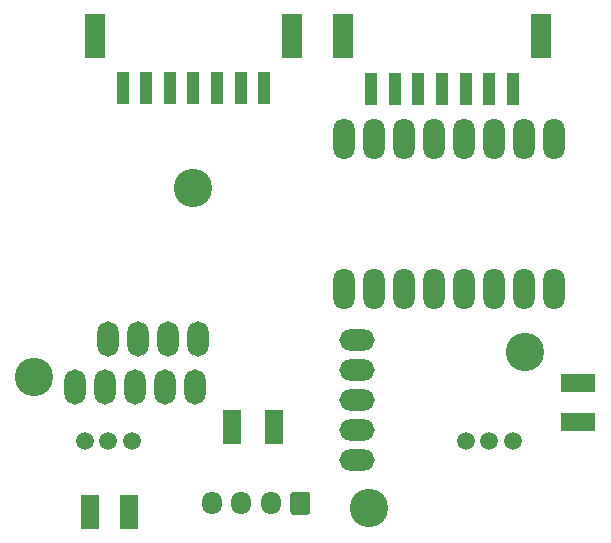
<source format=gbr>
G04 #@! TF.GenerationSoftware,KiCad,Pcbnew,(5.1.8)-1*
G04 #@! TF.CreationDate,2021-03-01T02:23:44-08:00*
G04 #@! TF.ProjectId,UAS,5541532e-6b69-4636-9164-5f7063625858,1*
G04 #@! TF.SameCoordinates,Original*
G04 #@! TF.FileFunction,Soldermask,Top*
G04 #@! TF.FilePolarity,Negative*
%FSLAX46Y46*%
G04 Gerber Fmt 4.6, Leading zero omitted, Abs format (unit mm)*
G04 Created by KiCad (PCBNEW (5.1.8)-1) date 2021-03-01 02:23:44*
%MOMM*%
%LPD*%
G01*
G04 APERTURE LIST*
%ADD10C,3.250000*%
%ADD11O,3.000000X1.800000*%
%ADD12C,1.500000*%
%ADD13R,3.000000X1.500000*%
%ADD14R,1.500000X3.000000*%
%ADD15R,1.000000X2.700000*%
%ADD16R,1.800000X3.800000*%
%ADD17O,1.800000X3.500000*%
%ADD18O,1.800000X3.000000*%
%ADD19O,1.700000X1.950000*%
G04 APERTURE END LIST*
D10*
X148800000Y-118360000D03*
X162000000Y-105160000D03*
D11*
X147780000Y-114290000D03*
X147780000Y-111750000D03*
X147780000Y-109210000D03*
X147780000Y-106670000D03*
X147780000Y-104130000D03*
D12*
X124750000Y-112750000D03*
X126750000Y-112750000D03*
X128750000Y-112750000D03*
X157000000Y-112750000D03*
X159000000Y-112750000D03*
X161000000Y-112750000D03*
D13*
X166550000Y-111100000D03*
D14*
X140750000Y-111550000D03*
D13*
X166550000Y-107850000D03*
D14*
X137250000Y-111550000D03*
D15*
X133950000Y-82850000D03*
X131950000Y-82850000D03*
X135950000Y-82850000D03*
X137950000Y-82850000D03*
X129950000Y-82850000D03*
X127950000Y-82850000D03*
X139950000Y-82850000D03*
D16*
X142300000Y-78400000D03*
X125600000Y-78400000D03*
D17*
X164470000Y-87150000D03*
X161930000Y-87150000D03*
X159390000Y-87150000D03*
X156850000Y-87150000D03*
X154310000Y-87150000D03*
X151770000Y-87150000D03*
X149230000Y-87150000D03*
X146690000Y-87150000D03*
X164470000Y-99850000D03*
X161930000Y-99850000D03*
X159390000Y-99850000D03*
X156850000Y-99850000D03*
X154310000Y-99850000D03*
X151770000Y-99850000D03*
X149230000Y-99850000D03*
X146690000Y-99850000D03*
D18*
X134310000Y-104080000D03*
X131770000Y-104080000D03*
X129230000Y-104080000D03*
X126690000Y-104080000D03*
D14*
X128500000Y-118750000D03*
X125210000Y-118760000D03*
D15*
X155000000Y-82900000D03*
X153000000Y-82900000D03*
X157000000Y-82900000D03*
X159000000Y-82900000D03*
X151000000Y-82900000D03*
X149000000Y-82900000D03*
X161000000Y-82900000D03*
D16*
X163350000Y-78450000D03*
X146650000Y-78450000D03*
D19*
X135500000Y-118000000D03*
X138000000Y-118000000D03*
X140500000Y-118000000D03*
G36*
G01*
X143850000Y-117275000D02*
X143850000Y-118725000D01*
G75*
G02*
X143600000Y-118975000I-250000J0D01*
G01*
X142400000Y-118975000D01*
G75*
G02*
X142150000Y-118725000I0J250000D01*
G01*
X142150000Y-117275000D01*
G75*
G02*
X142400000Y-117025000I250000J0D01*
G01*
X143600000Y-117025000D01*
G75*
G02*
X143850000Y-117275000I0J-250000D01*
G01*
G37*
D10*
X120430000Y-107300000D03*
X133930000Y-91300000D03*
D18*
X134120000Y-108140000D03*
X131580000Y-108140000D03*
X129040000Y-108140000D03*
X126500000Y-108140000D03*
X123960000Y-108140000D03*
M02*

</source>
